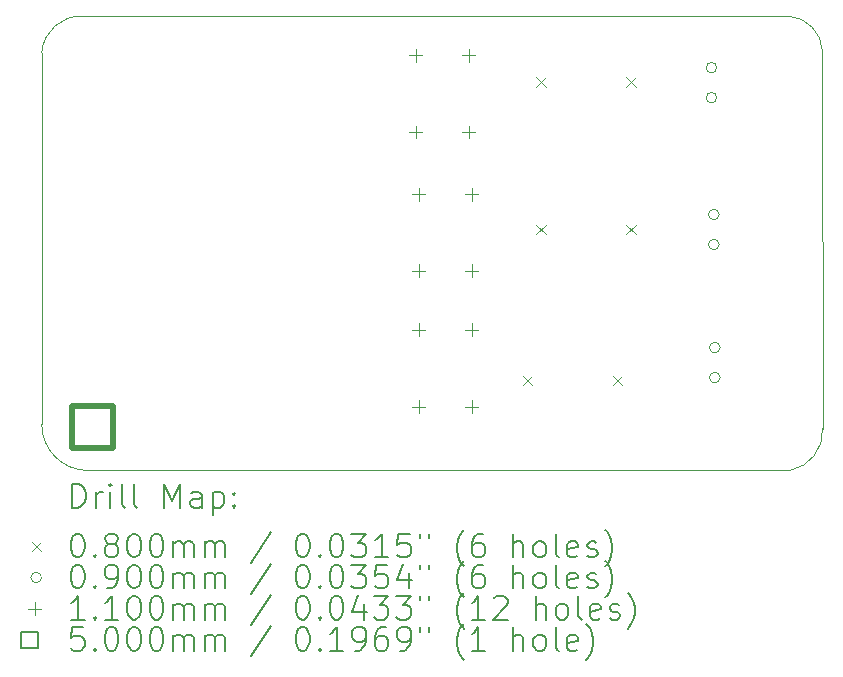
<source format=gbr>
%TF.GenerationSoftware,KiCad,Pcbnew,9.0.2*%
%TF.CreationDate,2025-05-20T18:37:11-06:00*%
%TF.ProjectId,test_kicad,74657374-5f6b-4696-9361-642e6b696361,rev?*%
%TF.SameCoordinates,Original*%
%TF.FileFunction,Drillmap*%
%TF.FilePolarity,Positive*%
%FSLAX45Y45*%
G04 Gerber Fmt 4.5, Leading zero omitted, Abs format (unit mm)*
G04 Created by KiCad (PCBNEW 9.0.2) date 2025-05-20 18:37:11*
%MOMM*%
%LPD*%
G01*
G04 APERTURE LIST*
%ADD10C,0.050000*%
%ADD11C,0.200000*%
%ADD12C,0.100000*%
%ADD13C,0.110000*%
%ADD14C,0.500000*%
G04 APERTURE END LIST*
D10*
X10500000Y-8890511D02*
G75*
G02*
X10109489Y-8500000I0J390511D01*
G01*
X10109489Y-5353936D02*
X10109489Y-8500000D01*
X10500000Y-8890511D02*
X16446456Y-8890000D01*
X16720000Y-5338201D02*
X16720912Y-8536157D01*
X10454297Y-5043507D02*
X16435459Y-5043000D01*
X10109489Y-5353936D02*
G75*
G02*
X10454297Y-5043472I333000J-23130D01*
G01*
X16720912Y-8536157D02*
G75*
G02*
X16446459Y-8890000I-338453J-20843D01*
G01*
X16435459Y-5043000D02*
G75*
G02*
X16720000Y-5338201I-27459J-311201D01*
G01*
D11*
D12*
X14184000Y-8088000D02*
X14264000Y-8168000D01*
X14264000Y-8088000D02*
X14184000Y-8168000D01*
X14298000Y-5560000D02*
X14378000Y-5640000D01*
X14378000Y-5560000D02*
X14298000Y-5640000D01*
X14298000Y-6810000D02*
X14378000Y-6890000D01*
X14378000Y-6810000D02*
X14298000Y-6890000D01*
X14946000Y-8088000D02*
X15026000Y-8168000D01*
X15026000Y-8088000D02*
X14946000Y-8168000D01*
X15060000Y-5560000D02*
X15140000Y-5640000D01*
X15140000Y-5560000D02*
X15060000Y-5640000D01*
X15060000Y-6810000D02*
X15140000Y-6890000D01*
X15140000Y-6810000D02*
X15060000Y-6890000D01*
X15825000Y-5480000D02*
G75*
G02*
X15735000Y-5480000I-45000J0D01*
G01*
X15735000Y-5480000D02*
G75*
G02*
X15825000Y-5480000I45000J0D01*
G01*
X15825000Y-5734000D02*
G75*
G02*
X15735000Y-5734000I-45000J0D01*
G01*
X15735000Y-5734000D02*
G75*
G02*
X15825000Y-5734000I45000J0D01*
G01*
X15845000Y-6723500D02*
G75*
G02*
X15755000Y-6723500I-45000J0D01*
G01*
X15755000Y-6723500D02*
G75*
G02*
X15845000Y-6723500I45000J0D01*
G01*
X15845000Y-6977500D02*
G75*
G02*
X15755000Y-6977500I-45000J0D01*
G01*
X15755000Y-6977500D02*
G75*
G02*
X15845000Y-6977500I45000J0D01*
G01*
X15853000Y-7851000D02*
G75*
G02*
X15763000Y-7851000I-45000J0D01*
G01*
X15763000Y-7851000D02*
G75*
G02*
X15853000Y-7851000I45000J0D01*
G01*
X15853000Y-8105000D02*
G75*
G02*
X15763000Y-8105000I-45000J0D01*
G01*
X15763000Y-8105000D02*
G75*
G02*
X15853000Y-8105000I45000J0D01*
G01*
D13*
X13275000Y-5320000D02*
X13275000Y-5430000D01*
X13220000Y-5375000D02*
X13330000Y-5375000D01*
X13275000Y-5970000D02*
X13275000Y-6080000D01*
X13220000Y-6025000D02*
X13330000Y-6025000D01*
X13300000Y-6495000D02*
X13300000Y-6605000D01*
X13245000Y-6550000D02*
X13355000Y-6550000D01*
X13300000Y-7145000D02*
X13300000Y-7255000D01*
X13245000Y-7200000D02*
X13355000Y-7200000D01*
X13300000Y-7645000D02*
X13300000Y-7755000D01*
X13245000Y-7700000D02*
X13355000Y-7700000D01*
X13300000Y-8295000D02*
X13300000Y-8405000D01*
X13245000Y-8350000D02*
X13355000Y-8350000D01*
X13725000Y-5320000D02*
X13725000Y-5430000D01*
X13670000Y-5375000D02*
X13780000Y-5375000D01*
X13725000Y-5970000D02*
X13725000Y-6080000D01*
X13670000Y-6025000D02*
X13780000Y-6025000D01*
X13750000Y-6495000D02*
X13750000Y-6605000D01*
X13695000Y-6550000D02*
X13805000Y-6550000D01*
X13750000Y-7145000D02*
X13750000Y-7255000D01*
X13695000Y-7200000D02*
X13805000Y-7200000D01*
X13750000Y-7645000D02*
X13750000Y-7755000D01*
X13695000Y-7700000D02*
X13805000Y-7700000D01*
X13750000Y-8295000D02*
X13750000Y-8405000D01*
X13695000Y-8350000D02*
X13805000Y-8350000D01*
D14*
X10716778Y-8696778D02*
X10716778Y-8343222D01*
X10363222Y-8343222D01*
X10363222Y-8696778D01*
X10716778Y-8696778D01*
D11*
X10367766Y-9204495D02*
X10367766Y-9004495D01*
X10367766Y-9004495D02*
X10415385Y-9004495D01*
X10415385Y-9004495D02*
X10443956Y-9014019D01*
X10443956Y-9014019D02*
X10463004Y-9033066D01*
X10463004Y-9033066D02*
X10472528Y-9052114D01*
X10472528Y-9052114D02*
X10482051Y-9090209D01*
X10482051Y-9090209D02*
X10482051Y-9118781D01*
X10482051Y-9118781D02*
X10472528Y-9156876D01*
X10472528Y-9156876D02*
X10463004Y-9175924D01*
X10463004Y-9175924D02*
X10443956Y-9194971D01*
X10443956Y-9194971D02*
X10415385Y-9204495D01*
X10415385Y-9204495D02*
X10367766Y-9204495D01*
X10567766Y-9204495D02*
X10567766Y-9071162D01*
X10567766Y-9109257D02*
X10577289Y-9090209D01*
X10577289Y-9090209D02*
X10586813Y-9080685D01*
X10586813Y-9080685D02*
X10605861Y-9071162D01*
X10605861Y-9071162D02*
X10624909Y-9071162D01*
X10691575Y-9204495D02*
X10691575Y-9071162D01*
X10691575Y-9004495D02*
X10682051Y-9014019D01*
X10682051Y-9014019D02*
X10691575Y-9023543D01*
X10691575Y-9023543D02*
X10701099Y-9014019D01*
X10701099Y-9014019D02*
X10691575Y-9004495D01*
X10691575Y-9004495D02*
X10691575Y-9023543D01*
X10815385Y-9204495D02*
X10796337Y-9194971D01*
X10796337Y-9194971D02*
X10786813Y-9175924D01*
X10786813Y-9175924D02*
X10786813Y-9004495D01*
X10920147Y-9204495D02*
X10901099Y-9194971D01*
X10901099Y-9194971D02*
X10891575Y-9175924D01*
X10891575Y-9175924D02*
X10891575Y-9004495D01*
X11148718Y-9204495D02*
X11148718Y-9004495D01*
X11148718Y-9004495D02*
X11215385Y-9147352D01*
X11215385Y-9147352D02*
X11282051Y-9004495D01*
X11282051Y-9004495D02*
X11282051Y-9204495D01*
X11463004Y-9204495D02*
X11463004Y-9099733D01*
X11463004Y-9099733D02*
X11453480Y-9080685D01*
X11453480Y-9080685D02*
X11434432Y-9071162D01*
X11434432Y-9071162D02*
X11396337Y-9071162D01*
X11396337Y-9071162D02*
X11377289Y-9080685D01*
X11463004Y-9194971D02*
X11443956Y-9204495D01*
X11443956Y-9204495D02*
X11396337Y-9204495D01*
X11396337Y-9204495D02*
X11377289Y-9194971D01*
X11377289Y-9194971D02*
X11367766Y-9175924D01*
X11367766Y-9175924D02*
X11367766Y-9156876D01*
X11367766Y-9156876D02*
X11377289Y-9137828D01*
X11377289Y-9137828D02*
X11396337Y-9128305D01*
X11396337Y-9128305D02*
X11443956Y-9128305D01*
X11443956Y-9128305D02*
X11463004Y-9118781D01*
X11558242Y-9071162D02*
X11558242Y-9271162D01*
X11558242Y-9080685D02*
X11577289Y-9071162D01*
X11577289Y-9071162D02*
X11615385Y-9071162D01*
X11615385Y-9071162D02*
X11634432Y-9080685D01*
X11634432Y-9080685D02*
X11643956Y-9090209D01*
X11643956Y-9090209D02*
X11653480Y-9109257D01*
X11653480Y-9109257D02*
X11653480Y-9166400D01*
X11653480Y-9166400D02*
X11643956Y-9185447D01*
X11643956Y-9185447D02*
X11634432Y-9194971D01*
X11634432Y-9194971D02*
X11615385Y-9204495D01*
X11615385Y-9204495D02*
X11577289Y-9204495D01*
X11577289Y-9204495D02*
X11558242Y-9194971D01*
X11739194Y-9185447D02*
X11748718Y-9194971D01*
X11748718Y-9194971D02*
X11739194Y-9204495D01*
X11739194Y-9204495D02*
X11729670Y-9194971D01*
X11729670Y-9194971D02*
X11739194Y-9185447D01*
X11739194Y-9185447D02*
X11739194Y-9204495D01*
X11739194Y-9080685D02*
X11748718Y-9090209D01*
X11748718Y-9090209D02*
X11739194Y-9099733D01*
X11739194Y-9099733D02*
X11729670Y-9090209D01*
X11729670Y-9090209D02*
X11739194Y-9080685D01*
X11739194Y-9080685D02*
X11739194Y-9099733D01*
D12*
X10026989Y-9493011D02*
X10106989Y-9573011D01*
X10106989Y-9493011D02*
X10026989Y-9573011D01*
D11*
X10405861Y-9424495D02*
X10424909Y-9424495D01*
X10424909Y-9424495D02*
X10443956Y-9434019D01*
X10443956Y-9434019D02*
X10453480Y-9443543D01*
X10453480Y-9443543D02*
X10463004Y-9462590D01*
X10463004Y-9462590D02*
X10472528Y-9500685D01*
X10472528Y-9500685D02*
X10472528Y-9548305D01*
X10472528Y-9548305D02*
X10463004Y-9586400D01*
X10463004Y-9586400D02*
X10453480Y-9605447D01*
X10453480Y-9605447D02*
X10443956Y-9614971D01*
X10443956Y-9614971D02*
X10424909Y-9624495D01*
X10424909Y-9624495D02*
X10405861Y-9624495D01*
X10405861Y-9624495D02*
X10386813Y-9614971D01*
X10386813Y-9614971D02*
X10377289Y-9605447D01*
X10377289Y-9605447D02*
X10367766Y-9586400D01*
X10367766Y-9586400D02*
X10358242Y-9548305D01*
X10358242Y-9548305D02*
X10358242Y-9500685D01*
X10358242Y-9500685D02*
X10367766Y-9462590D01*
X10367766Y-9462590D02*
X10377289Y-9443543D01*
X10377289Y-9443543D02*
X10386813Y-9434019D01*
X10386813Y-9434019D02*
X10405861Y-9424495D01*
X10558242Y-9605447D02*
X10567766Y-9614971D01*
X10567766Y-9614971D02*
X10558242Y-9624495D01*
X10558242Y-9624495D02*
X10548718Y-9614971D01*
X10548718Y-9614971D02*
X10558242Y-9605447D01*
X10558242Y-9605447D02*
X10558242Y-9624495D01*
X10682051Y-9510209D02*
X10663004Y-9500685D01*
X10663004Y-9500685D02*
X10653480Y-9491162D01*
X10653480Y-9491162D02*
X10643956Y-9472114D01*
X10643956Y-9472114D02*
X10643956Y-9462590D01*
X10643956Y-9462590D02*
X10653480Y-9443543D01*
X10653480Y-9443543D02*
X10663004Y-9434019D01*
X10663004Y-9434019D02*
X10682051Y-9424495D01*
X10682051Y-9424495D02*
X10720147Y-9424495D01*
X10720147Y-9424495D02*
X10739194Y-9434019D01*
X10739194Y-9434019D02*
X10748718Y-9443543D01*
X10748718Y-9443543D02*
X10758242Y-9462590D01*
X10758242Y-9462590D02*
X10758242Y-9472114D01*
X10758242Y-9472114D02*
X10748718Y-9491162D01*
X10748718Y-9491162D02*
X10739194Y-9500685D01*
X10739194Y-9500685D02*
X10720147Y-9510209D01*
X10720147Y-9510209D02*
X10682051Y-9510209D01*
X10682051Y-9510209D02*
X10663004Y-9519733D01*
X10663004Y-9519733D02*
X10653480Y-9529257D01*
X10653480Y-9529257D02*
X10643956Y-9548305D01*
X10643956Y-9548305D02*
X10643956Y-9586400D01*
X10643956Y-9586400D02*
X10653480Y-9605447D01*
X10653480Y-9605447D02*
X10663004Y-9614971D01*
X10663004Y-9614971D02*
X10682051Y-9624495D01*
X10682051Y-9624495D02*
X10720147Y-9624495D01*
X10720147Y-9624495D02*
X10739194Y-9614971D01*
X10739194Y-9614971D02*
X10748718Y-9605447D01*
X10748718Y-9605447D02*
X10758242Y-9586400D01*
X10758242Y-9586400D02*
X10758242Y-9548305D01*
X10758242Y-9548305D02*
X10748718Y-9529257D01*
X10748718Y-9529257D02*
X10739194Y-9519733D01*
X10739194Y-9519733D02*
X10720147Y-9510209D01*
X10882051Y-9424495D02*
X10901099Y-9424495D01*
X10901099Y-9424495D02*
X10920147Y-9434019D01*
X10920147Y-9434019D02*
X10929670Y-9443543D01*
X10929670Y-9443543D02*
X10939194Y-9462590D01*
X10939194Y-9462590D02*
X10948718Y-9500685D01*
X10948718Y-9500685D02*
X10948718Y-9548305D01*
X10948718Y-9548305D02*
X10939194Y-9586400D01*
X10939194Y-9586400D02*
X10929670Y-9605447D01*
X10929670Y-9605447D02*
X10920147Y-9614971D01*
X10920147Y-9614971D02*
X10901099Y-9624495D01*
X10901099Y-9624495D02*
X10882051Y-9624495D01*
X10882051Y-9624495D02*
X10863004Y-9614971D01*
X10863004Y-9614971D02*
X10853480Y-9605447D01*
X10853480Y-9605447D02*
X10843956Y-9586400D01*
X10843956Y-9586400D02*
X10834432Y-9548305D01*
X10834432Y-9548305D02*
X10834432Y-9500685D01*
X10834432Y-9500685D02*
X10843956Y-9462590D01*
X10843956Y-9462590D02*
X10853480Y-9443543D01*
X10853480Y-9443543D02*
X10863004Y-9434019D01*
X10863004Y-9434019D02*
X10882051Y-9424495D01*
X11072528Y-9424495D02*
X11091575Y-9424495D01*
X11091575Y-9424495D02*
X11110623Y-9434019D01*
X11110623Y-9434019D02*
X11120147Y-9443543D01*
X11120147Y-9443543D02*
X11129670Y-9462590D01*
X11129670Y-9462590D02*
X11139194Y-9500685D01*
X11139194Y-9500685D02*
X11139194Y-9548305D01*
X11139194Y-9548305D02*
X11129670Y-9586400D01*
X11129670Y-9586400D02*
X11120147Y-9605447D01*
X11120147Y-9605447D02*
X11110623Y-9614971D01*
X11110623Y-9614971D02*
X11091575Y-9624495D01*
X11091575Y-9624495D02*
X11072528Y-9624495D01*
X11072528Y-9624495D02*
X11053480Y-9614971D01*
X11053480Y-9614971D02*
X11043956Y-9605447D01*
X11043956Y-9605447D02*
X11034432Y-9586400D01*
X11034432Y-9586400D02*
X11024909Y-9548305D01*
X11024909Y-9548305D02*
X11024909Y-9500685D01*
X11024909Y-9500685D02*
X11034432Y-9462590D01*
X11034432Y-9462590D02*
X11043956Y-9443543D01*
X11043956Y-9443543D02*
X11053480Y-9434019D01*
X11053480Y-9434019D02*
X11072528Y-9424495D01*
X11224908Y-9624495D02*
X11224908Y-9491162D01*
X11224908Y-9510209D02*
X11234432Y-9500685D01*
X11234432Y-9500685D02*
X11253480Y-9491162D01*
X11253480Y-9491162D02*
X11282051Y-9491162D01*
X11282051Y-9491162D02*
X11301099Y-9500685D01*
X11301099Y-9500685D02*
X11310623Y-9519733D01*
X11310623Y-9519733D02*
X11310623Y-9624495D01*
X11310623Y-9519733D02*
X11320147Y-9500685D01*
X11320147Y-9500685D02*
X11339194Y-9491162D01*
X11339194Y-9491162D02*
X11367766Y-9491162D01*
X11367766Y-9491162D02*
X11386813Y-9500685D01*
X11386813Y-9500685D02*
X11396337Y-9519733D01*
X11396337Y-9519733D02*
X11396337Y-9624495D01*
X11491575Y-9624495D02*
X11491575Y-9491162D01*
X11491575Y-9510209D02*
X11501099Y-9500685D01*
X11501099Y-9500685D02*
X11520147Y-9491162D01*
X11520147Y-9491162D02*
X11548718Y-9491162D01*
X11548718Y-9491162D02*
X11567766Y-9500685D01*
X11567766Y-9500685D02*
X11577289Y-9519733D01*
X11577289Y-9519733D02*
X11577289Y-9624495D01*
X11577289Y-9519733D02*
X11586813Y-9500685D01*
X11586813Y-9500685D02*
X11605861Y-9491162D01*
X11605861Y-9491162D02*
X11634432Y-9491162D01*
X11634432Y-9491162D02*
X11653480Y-9500685D01*
X11653480Y-9500685D02*
X11663004Y-9519733D01*
X11663004Y-9519733D02*
X11663004Y-9624495D01*
X12053480Y-9414971D02*
X11882051Y-9672114D01*
X12310623Y-9424495D02*
X12329671Y-9424495D01*
X12329671Y-9424495D02*
X12348718Y-9434019D01*
X12348718Y-9434019D02*
X12358242Y-9443543D01*
X12358242Y-9443543D02*
X12367766Y-9462590D01*
X12367766Y-9462590D02*
X12377290Y-9500685D01*
X12377290Y-9500685D02*
X12377290Y-9548305D01*
X12377290Y-9548305D02*
X12367766Y-9586400D01*
X12367766Y-9586400D02*
X12358242Y-9605447D01*
X12358242Y-9605447D02*
X12348718Y-9614971D01*
X12348718Y-9614971D02*
X12329671Y-9624495D01*
X12329671Y-9624495D02*
X12310623Y-9624495D01*
X12310623Y-9624495D02*
X12291575Y-9614971D01*
X12291575Y-9614971D02*
X12282051Y-9605447D01*
X12282051Y-9605447D02*
X12272528Y-9586400D01*
X12272528Y-9586400D02*
X12263004Y-9548305D01*
X12263004Y-9548305D02*
X12263004Y-9500685D01*
X12263004Y-9500685D02*
X12272528Y-9462590D01*
X12272528Y-9462590D02*
X12282051Y-9443543D01*
X12282051Y-9443543D02*
X12291575Y-9434019D01*
X12291575Y-9434019D02*
X12310623Y-9424495D01*
X12463004Y-9605447D02*
X12472528Y-9614971D01*
X12472528Y-9614971D02*
X12463004Y-9624495D01*
X12463004Y-9624495D02*
X12453480Y-9614971D01*
X12453480Y-9614971D02*
X12463004Y-9605447D01*
X12463004Y-9605447D02*
X12463004Y-9624495D01*
X12596337Y-9424495D02*
X12615385Y-9424495D01*
X12615385Y-9424495D02*
X12634432Y-9434019D01*
X12634432Y-9434019D02*
X12643956Y-9443543D01*
X12643956Y-9443543D02*
X12653480Y-9462590D01*
X12653480Y-9462590D02*
X12663004Y-9500685D01*
X12663004Y-9500685D02*
X12663004Y-9548305D01*
X12663004Y-9548305D02*
X12653480Y-9586400D01*
X12653480Y-9586400D02*
X12643956Y-9605447D01*
X12643956Y-9605447D02*
X12634432Y-9614971D01*
X12634432Y-9614971D02*
X12615385Y-9624495D01*
X12615385Y-9624495D02*
X12596337Y-9624495D01*
X12596337Y-9624495D02*
X12577290Y-9614971D01*
X12577290Y-9614971D02*
X12567766Y-9605447D01*
X12567766Y-9605447D02*
X12558242Y-9586400D01*
X12558242Y-9586400D02*
X12548718Y-9548305D01*
X12548718Y-9548305D02*
X12548718Y-9500685D01*
X12548718Y-9500685D02*
X12558242Y-9462590D01*
X12558242Y-9462590D02*
X12567766Y-9443543D01*
X12567766Y-9443543D02*
X12577290Y-9434019D01*
X12577290Y-9434019D02*
X12596337Y-9424495D01*
X12729671Y-9424495D02*
X12853480Y-9424495D01*
X12853480Y-9424495D02*
X12786813Y-9500685D01*
X12786813Y-9500685D02*
X12815385Y-9500685D01*
X12815385Y-9500685D02*
X12834432Y-9510209D01*
X12834432Y-9510209D02*
X12843956Y-9519733D01*
X12843956Y-9519733D02*
X12853480Y-9538781D01*
X12853480Y-9538781D02*
X12853480Y-9586400D01*
X12853480Y-9586400D02*
X12843956Y-9605447D01*
X12843956Y-9605447D02*
X12834432Y-9614971D01*
X12834432Y-9614971D02*
X12815385Y-9624495D01*
X12815385Y-9624495D02*
X12758242Y-9624495D01*
X12758242Y-9624495D02*
X12739194Y-9614971D01*
X12739194Y-9614971D02*
X12729671Y-9605447D01*
X13043956Y-9624495D02*
X12929671Y-9624495D01*
X12986813Y-9624495D02*
X12986813Y-9424495D01*
X12986813Y-9424495D02*
X12967766Y-9453066D01*
X12967766Y-9453066D02*
X12948718Y-9472114D01*
X12948718Y-9472114D02*
X12929671Y-9481638D01*
X13224909Y-9424495D02*
X13129671Y-9424495D01*
X13129671Y-9424495D02*
X13120147Y-9519733D01*
X13120147Y-9519733D02*
X13129671Y-9510209D01*
X13129671Y-9510209D02*
X13148718Y-9500685D01*
X13148718Y-9500685D02*
X13196337Y-9500685D01*
X13196337Y-9500685D02*
X13215385Y-9510209D01*
X13215385Y-9510209D02*
X13224909Y-9519733D01*
X13224909Y-9519733D02*
X13234432Y-9538781D01*
X13234432Y-9538781D02*
X13234432Y-9586400D01*
X13234432Y-9586400D02*
X13224909Y-9605447D01*
X13224909Y-9605447D02*
X13215385Y-9614971D01*
X13215385Y-9614971D02*
X13196337Y-9624495D01*
X13196337Y-9624495D02*
X13148718Y-9624495D01*
X13148718Y-9624495D02*
X13129671Y-9614971D01*
X13129671Y-9614971D02*
X13120147Y-9605447D01*
X13310623Y-9424495D02*
X13310623Y-9462590D01*
X13386813Y-9424495D02*
X13386813Y-9462590D01*
X13682052Y-9700685D02*
X13672528Y-9691162D01*
X13672528Y-9691162D02*
X13653480Y-9662590D01*
X13653480Y-9662590D02*
X13643956Y-9643543D01*
X13643956Y-9643543D02*
X13634433Y-9614971D01*
X13634433Y-9614971D02*
X13624909Y-9567352D01*
X13624909Y-9567352D02*
X13624909Y-9529257D01*
X13624909Y-9529257D02*
X13634433Y-9481638D01*
X13634433Y-9481638D02*
X13643956Y-9453066D01*
X13643956Y-9453066D02*
X13653480Y-9434019D01*
X13653480Y-9434019D02*
X13672528Y-9405447D01*
X13672528Y-9405447D02*
X13682052Y-9395924D01*
X13843956Y-9424495D02*
X13805861Y-9424495D01*
X13805861Y-9424495D02*
X13786813Y-9434019D01*
X13786813Y-9434019D02*
X13777290Y-9443543D01*
X13777290Y-9443543D02*
X13758242Y-9472114D01*
X13758242Y-9472114D02*
X13748718Y-9510209D01*
X13748718Y-9510209D02*
X13748718Y-9586400D01*
X13748718Y-9586400D02*
X13758242Y-9605447D01*
X13758242Y-9605447D02*
X13767766Y-9614971D01*
X13767766Y-9614971D02*
X13786813Y-9624495D01*
X13786813Y-9624495D02*
X13824909Y-9624495D01*
X13824909Y-9624495D02*
X13843956Y-9614971D01*
X13843956Y-9614971D02*
X13853480Y-9605447D01*
X13853480Y-9605447D02*
X13863004Y-9586400D01*
X13863004Y-9586400D02*
X13863004Y-9538781D01*
X13863004Y-9538781D02*
X13853480Y-9519733D01*
X13853480Y-9519733D02*
X13843956Y-9510209D01*
X13843956Y-9510209D02*
X13824909Y-9500685D01*
X13824909Y-9500685D02*
X13786813Y-9500685D01*
X13786813Y-9500685D02*
X13767766Y-9510209D01*
X13767766Y-9510209D02*
X13758242Y-9519733D01*
X13758242Y-9519733D02*
X13748718Y-9538781D01*
X14101099Y-9624495D02*
X14101099Y-9424495D01*
X14186814Y-9624495D02*
X14186814Y-9519733D01*
X14186814Y-9519733D02*
X14177290Y-9500685D01*
X14177290Y-9500685D02*
X14158242Y-9491162D01*
X14158242Y-9491162D02*
X14129671Y-9491162D01*
X14129671Y-9491162D02*
X14110623Y-9500685D01*
X14110623Y-9500685D02*
X14101099Y-9510209D01*
X14310623Y-9624495D02*
X14291575Y-9614971D01*
X14291575Y-9614971D02*
X14282052Y-9605447D01*
X14282052Y-9605447D02*
X14272528Y-9586400D01*
X14272528Y-9586400D02*
X14272528Y-9529257D01*
X14272528Y-9529257D02*
X14282052Y-9510209D01*
X14282052Y-9510209D02*
X14291575Y-9500685D01*
X14291575Y-9500685D02*
X14310623Y-9491162D01*
X14310623Y-9491162D02*
X14339195Y-9491162D01*
X14339195Y-9491162D02*
X14358242Y-9500685D01*
X14358242Y-9500685D02*
X14367766Y-9510209D01*
X14367766Y-9510209D02*
X14377290Y-9529257D01*
X14377290Y-9529257D02*
X14377290Y-9586400D01*
X14377290Y-9586400D02*
X14367766Y-9605447D01*
X14367766Y-9605447D02*
X14358242Y-9614971D01*
X14358242Y-9614971D02*
X14339195Y-9624495D01*
X14339195Y-9624495D02*
X14310623Y-9624495D01*
X14491575Y-9624495D02*
X14472528Y-9614971D01*
X14472528Y-9614971D02*
X14463004Y-9595924D01*
X14463004Y-9595924D02*
X14463004Y-9424495D01*
X14643956Y-9614971D02*
X14624909Y-9624495D01*
X14624909Y-9624495D02*
X14586814Y-9624495D01*
X14586814Y-9624495D02*
X14567766Y-9614971D01*
X14567766Y-9614971D02*
X14558242Y-9595924D01*
X14558242Y-9595924D02*
X14558242Y-9519733D01*
X14558242Y-9519733D02*
X14567766Y-9500685D01*
X14567766Y-9500685D02*
X14586814Y-9491162D01*
X14586814Y-9491162D02*
X14624909Y-9491162D01*
X14624909Y-9491162D02*
X14643956Y-9500685D01*
X14643956Y-9500685D02*
X14653480Y-9519733D01*
X14653480Y-9519733D02*
X14653480Y-9538781D01*
X14653480Y-9538781D02*
X14558242Y-9557828D01*
X14729671Y-9614971D02*
X14748718Y-9624495D01*
X14748718Y-9624495D02*
X14786814Y-9624495D01*
X14786814Y-9624495D02*
X14805861Y-9614971D01*
X14805861Y-9614971D02*
X14815385Y-9595924D01*
X14815385Y-9595924D02*
X14815385Y-9586400D01*
X14815385Y-9586400D02*
X14805861Y-9567352D01*
X14805861Y-9567352D02*
X14786814Y-9557828D01*
X14786814Y-9557828D02*
X14758242Y-9557828D01*
X14758242Y-9557828D02*
X14739195Y-9548305D01*
X14739195Y-9548305D02*
X14729671Y-9529257D01*
X14729671Y-9529257D02*
X14729671Y-9519733D01*
X14729671Y-9519733D02*
X14739195Y-9500685D01*
X14739195Y-9500685D02*
X14758242Y-9491162D01*
X14758242Y-9491162D02*
X14786814Y-9491162D01*
X14786814Y-9491162D02*
X14805861Y-9500685D01*
X14882052Y-9700685D02*
X14891576Y-9691162D01*
X14891576Y-9691162D02*
X14910623Y-9662590D01*
X14910623Y-9662590D02*
X14920147Y-9643543D01*
X14920147Y-9643543D02*
X14929671Y-9614971D01*
X14929671Y-9614971D02*
X14939195Y-9567352D01*
X14939195Y-9567352D02*
X14939195Y-9529257D01*
X14939195Y-9529257D02*
X14929671Y-9481638D01*
X14929671Y-9481638D02*
X14920147Y-9453066D01*
X14920147Y-9453066D02*
X14910623Y-9434019D01*
X14910623Y-9434019D02*
X14891576Y-9405447D01*
X14891576Y-9405447D02*
X14882052Y-9395924D01*
D12*
X10106989Y-9797011D02*
G75*
G02*
X10016989Y-9797011I-45000J0D01*
G01*
X10016989Y-9797011D02*
G75*
G02*
X10106989Y-9797011I45000J0D01*
G01*
D11*
X10405861Y-9688495D02*
X10424909Y-9688495D01*
X10424909Y-9688495D02*
X10443956Y-9698019D01*
X10443956Y-9698019D02*
X10453480Y-9707543D01*
X10453480Y-9707543D02*
X10463004Y-9726590D01*
X10463004Y-9726590D02*
X10472528Y-9764685D01*
X10472528Y-9764685D02*
X10472528Y-9812305D01*
X10472528Y-9812305D02*
X10463004Y-9850400D01*
X10463004Y-9850400D02*
X10453480Y-9869447D01*
X10453480Y-9869447D02*
X10443956Y-9878971D01*
X10443956Y-9878971D02*
X10424909Y-9888495D01*
X10424909Y-9888495D02*
X10405861Y-9888495D01*
X10405861Y-9888495D02*
X10386813Y-9878971D01*
X10386813Y-9878971D02*
X10377289Y-9869447D01*
X10377289Y-9869447D02*
X10367766Y-9850400D01*
X10367766Y-9850400D02*
X10358242Y-9812305D01*
X10358242Y-9812305D02*
X10358242Y-9764685D01*
X10358242Y-9764685D02*
X10367766Y-9726590D01*
X10367766Y-9726590D02*
X10377289Y-9707543D01*
X10377289Y-9707543D02*
X10386813Y-9698019D01*
X10386813Y-9698019D02*
X10405861Y-9688495D01*
X10558242Y-9869447D02*
X10567766Y-9878971D01*
X10567766Y-9878971D02*
X10558242Y-9888495D01*
X10558242Y-9888495D02*
X10548718Y-9878971D01*
X10548718Y-9878971D02*
X10558242Y-9869447D01*
X10558242Y-9869447D02*
X10558242Y-9888495D01*
X10663004Y-9888495D02*
X10701099Y-9888495D01*
X10701099Y-9888495D02*
X10720147Y-9878971D01*
X10720147Y-9878971D02*
X10729670Y-9869447D01*
X10729670Y-9869447D02*
X10748718Y-9840876D01*
X10748718Y-9840876D02*
X10758242Y-9802781D01*
X10758242Y-9802781D02*
X10758242Y-9726590D01*
X10758242Y-9726590D02*
X10748718Y-9707543D01*
X10748718Y-9707543D02*
X10739194Y-9698019D01*
X10739194Y-9698019D02*
X10720147Y-9688495D01*
X10720147Y-9688495D02*
X10682051Y-9688495D01*
X10682051Y-9688495D02*
X10663004Y-9698019D01*
X10663004Y-9698019D02*
X10653480Y-9707543D01*
X10653480Y-9707543D02*
X10643956Y-9726590D01*
X10643956Y-9726590D02*
X10643956Y-9774209D01*
X10643956Y-9774209D02*
X10653480Y-9793257D01*
X10653480Y-9793257D02*
X10663004Y-9802781D01*
X10663004Y-9802781D02*
X10682051Y-9812305D01*
X10682051Y-9812305D02*
X10720147Y-9812305D01*
X10720147Y-9812305D02*
X10739194Y-9802781D01*
X10739194Y-9802781D02*
X10748718Y-9793257D01*
X10748718Y-9793257D02*
X10758242Y-9774209D01*
X10882051Y-9688495D02*
X10901099Y-9688495D01*
X10901099Y-9688495D02*
X10920147Y-9698019D01*
X10920147Y-9698019D02*
X10929670Y-9707543D01*
X10929670Y-9707543D02*
X10939194Y-9726590D01*
X10939194Y-9726590D02*
X10948718Y-9764685D01*
X10948718Y-9764685D02*
X10948718Y-9812305D01*
X10948718Y-9812305D02*
X10939194Y-9850400D01*
X10939194Y-9850400D02*
X10929670Y-9869447D01*
X10929670Y-9869447D02*
X10920147Y-9878971D01*
X10920147Y-9878971D02*
X10901099Y-9888495D01*
X10901099Y-9888495D02*
X10882051Y-9888495D01*
X10882051Y-9888495D02*
X10863004Y-9878971D01*
X10863004Y-9878971D02*
X10853480Y-9869447D01*
X10853480Y-9869447D02*
X10843956Y-9850400D01*
X10843956Y-9850400D02*
X10834432Y-9812305D01*
X10834432Y-9812305D02*
X10834432Y-9764685D01*
X10834432Y-9764685D02*
X10843956Y-9726590D01*
X10843956Y-9726590D02*
X10853480Y-9707543D01*
X10853480Y-9707543D02*
X10863004Y-9698019D01*
X10863004Y-9698019D02*
X10882051Y-9688495D01*
X11072528Y-9688495D02*
X11091575Y-9688495D01*
X11091575Y-9688495D02*
X11110623Y-9698019D01*
X11110623Y-9698019D02*
X11120147Y-9707543D01*
X11120147Y-9707543D02*
X11129670Y-9726590D01*
X11129670Y-9726590D02*
X11139194Y-9764685D01*
X11139194Y-9764685D02*
X11139194Y-9812305D01*
X11139194Y-9812305D02*
X11129670Y-9850400D01*
X11129670Y-9850400D02*
X11120147Y-9869447D01*
X11120147Y-9869447D02*
X11110623Y-9878971D01*
X11110623Y-9878971D02*
X11091575Y-9888495D01*
X11091575Y-9888495D02*
X11072528Y-9888495D01*
X11072528Y-9888495D02*
X11053480Y-9878971D01*
X11053480Y-9878971D02*
X11043956Y-9869447D01*
X11043956Y-9869447D02*
X11034432Y-9850400D01*
X11034432Y-9850400D02*
X11024909Y-9812305D01*
X11024909Y-9812305D02*
X11024909Y-9764685D01*
X11024909Y-9764685D02*
X11034432Y-9726590D01*
X11034432Y-9726590D02*
X11043956Y-9707543D01*
X11043956Y-9707543D02*
X11053480Y-9698019D01*
X11053480Y-9698019D02*
X11072528Y-9688495D01*
X11224908Y-9888495D02*
X11224908Y-9755162D01*
X11224908Y-9774209D02*
X11234432Y-9764685D01*
X11234432Y-9764685D02*
X11253480Y-9755162D01*
X11253480Y-9755162D02*
X11282051Y-9755162D01*
X11282051Y-9755162D02*
X11301099Y-9764685D01*
X11301099Y-9764685D02*
X11310623Y-9783733D01*
X11310623Y-9783733D02*
X11310623Y-9888495D01*
X11310623Y-9783733D02*
X11320147Y-9764685D01*
X11320147Y-9764685D02*
X11339194Y-9755162D01*
X11339194Y-9755162D02*
X11367766Y-9755162D01*
X11367766Y-9755162D02*
X11386813Y-9764685D01*
X11386813Y-9764685D02*
X11396337Y-9783733D01*
X11396337Y-9783733D02*
X11396337Y-9888495D01*
X11491575Y-9888495D02*
X11491575Y-9755162D01*
X11491575Y-9774209D02*
X11501099Y-9764685D01*
X11501099Y-9764685D02*
X11520147Y-9755162D01*
X11520147Y-9755162D02*
X11548718Y-9755162D01*
X11548718Y-9755162D02*
X11567766Y-9764685D01*
X11567766Y-9764685D02*
X11577289Y-9783733D01*
X11577289Y-9783733D02*
X11577289Y-9888495D01*
X11577289Y-9783733D02*
X11586813Y-9764685D01*
X11586813Y-9764685D02*
X11605861Y-9755162D01*
X11605861Y-9755162D02*
X11634432Y-9755162D01*
X11634432Y-9755162D02*
X11653480Y-9764685D01*
X11653480Y-9764685D02*
X11663004Y-9783733D01*
X11663004Y-9783733D02*
X11663004Y-9888495D01*
X12053480Y-9678971D02*
X11882051Y-9936114D01*
X12310623Y-9688495D02*
X12329671Y-9688495D01*
X12329671Y-9688495D02*
X12348718Y-9698019D01*
X12348718Y-9698019D02*
X12358242Y-9707543D01*
X12358242Y-9707543D02*
X12367766Y-9726590D01*
X12367766Y-9726590D02*
X12377290Y-9764685D01*
X12377290Y-9764685D02*
X12377290Y-9812305D01*
X12377290Y-9812305D02*
X12367766Y-9850400D01*
X12367766Y-9850400D02*
X12358242Y-9869447D01*
X12358242Y-9869447D02*
X12348718Y-9878971D01*
X12348718Y-9878971D02*
X12329671Y-9888495D01*
X12329671Y-9888495D02*
X12310623Y-9888495D01*
X12310623Y-9888495D02*
X12291575Y-9878971D01*
X12291575Y-9878971D02*
X12282051Y-9869447D01*
X12282051Y-9869447D02*
X12272528Y-9850400D01*
X12272528Y-9850400D02*
X12263004Y-9812305D01*
X12263004Y-9812305D02*
X12263004Y-9764685D01*
X12263004Y-9764685D02*
X12272528Y-9726590D01*
X12272528Y-9726590D02*
X12282051Y-9707543D01*
X12282051Y-9707543D02*
X12291575Y-9698019D01*
X12291575Y-9698019D02*
X12310623Y-9688495D01*
X12463004Y-9869447D02*
X12472528Y-9878971D01*
X12472528Y-9878971D02*
X12463004Y-9888495D01*
X12463004Y-9888495D02*
X12453480Y-9878971D01*
X12453480Y-9878971D02*
X12463004Y-9869447D01*
X12463004Y-9869447D02*
X12463004Y-9888495D01*
X12596337Y-9688495D02*
X12615385Y-9688495D01*
X12615385Y-9688495D02*
X12634432Y-9698019D01*
X12634432Y-9698019D02*
X12643956Y-9707543D01*
X12643956Y-9707543D02*
X12653480Y-9726590D01*
X12653480Y-9726590D02*
X12663004Y-9764685D01*
X12663004Y-9764685D02*
X12663004Y-9812305D01*
X12663004Y-9812305D02*
X12653480Y-9850400D01*
X12653480Y-9850400D02*
X12643956Y-9869447D01*
X12643956Y-9869447D02*
X12634432Y-9878971D01*
X12634432Y-9878971D02*
X12615385Y-9888495D01*
X12615385Y-9888495D02*
X12596337Y-9888495D01*
X12596337Y-9888495D02*
X12577290Y-9878971D01*
X12577290Y-9878971D02*
X12567766Y-9869447D01*
X12567766Y-9869447D02*
X12558242Y-9850400D01*
X12558242Y-9850400D02*
X12548718Y-9812305D01*
X12548718Y-9812305D02*
X12548718Y-9764685D01*
X12548718Y-9764685D02*
X12558242Y-9726590D01*
X12558242Y-9726590D02*
X12567766Y-9707543D01*
X12567766Y-9707543D02*
X12577290Y-9698019D01*
X12577290Y-9698019D02*
X12596337Y-9688495D01*
X12729671Y-9688495D02*
X12853480Y-9688495D01*
X12853480Y-9688495D02*
X12786813Y-9764685D01*
X12786813Y-9764685D02*
X12815385Y-9764685D01*
X12815385Y-9764685D02*
X12834432Y-9774209D01*
X12834432Y-9774209D02*
X12843956Y-9783733D01*
X12843956Y-9783733D02*
X12853480Y-9802781D01*
X12853480Y-9802781D02*
X12853480Y-9850400D01*
X12853480Y-9850400D02*
X12843956Y-9869447D01*
X12843956Y-9869447D02*
X12834432Y-9878971D01*
X12834432Y-9878971D02*
X12815385Y-9888495D01*
X12815385Y-9888495D02*
X12758242Y-9888495D01*
X12758242Y-9888495D02*
X12739194Y-9878971D01*
X12739194Y-9878971D02*
X12729671Y-9869447D01*
X13034432Y-9688495D02*
X12939194Y-9688495D01*
X12939194Y-9688495D02*
X12929671Y-9783733D01*
X12929671Y-9783733D02*
X12939194Y-9774209D01*
X12939194Y-9774209D02*
X12958242Y-9764685D01*
X12958242Y-9764685D02*
X13005861Y-9764685D01*
X13005861Y-9764685D02*
X13024909Y-9774209D01*
X13024909Y-9774209D02*
X13034432Y-9783733D01*
X13034432Y-9783733D02*
X13043956Y-9802781D01*
X13043956Y-9802781D02*
X13043956Y-9850400D01*
X13043956Y-9850400D02*
X13034432Y-9869447D01*
X13034432Y-9869447D02*
X13024909Y-9878971D01*
X13024909Y-9878971D02*
X13005861Y-9888495D01*
X13005861Y-9888495D02*
X12958242Y-9888495D01*
X12958242Y-9888495D02*
X12939194Y-9878971D01*
X12939194Y-9878971D02*
X12929671Y-9869447D01*
X13215385Y-9755162D02*
X13215385Y-9888495D01*
X13167766Y-9678971D02*
X13120147Y-9821828D01*
X13120147Y-9821828D02*
X13243956Y-9821828D01*
X13310623Y-9688495D02*
X13310623Y-9726590D01*
X13386813Y-9688495D02*
X13386813Y-9726590D01*
X13682052Y-9964685D02*
X13672528Y-9955162D01*
X13672528Y-9955162D02*
X13653480Y-9926590D01*
X13653480Y-9926590D02*
X13643956Y-9907543D01*
X13643956Y-9907543D02*
X13634433Y-9878971D01*
X13634433Y-9878971D02*
X13624909Y-9831352D01*
X13624909Y-9831352D02*
X13624909Y-9793257D01*
X13624909Y-9793257D02*
X13634433Y-9745638D01*
X13634433Y-9745638D02*
X13643956Y-9717066D01*
X13643956Y-9717066D02*
X13653480Y-9698019D01*
X13653480Y-9698019D02*
X13672528Y-9669447D01*
X13672528Y-9669447D02*
X13682052Y-9659924D01*
X13843956Y-9688495D02*
X13805861Y-9688495D01*
X13805861Y-9688495D02*
X13786813Y-9698019D01*
X13786813Y-9698019D02*
X13777290Y-9707543D01*
X13777290Y-9707543D02*
X13758242Y-9736114D01*
X13758242Y-9736114D02*
X13748718Y-9774209D01*
X13748718Y-9774209D02*
X13748718Y-9850400D01*
X13748718Y-9850400D02*
X13758242Y-9869447D01*
X13758242Y-9869447D02*
X13767766Y-9878971D01*
X13767766Y-9878971D02*
X13786813Y-9888495D01*
X13786813Y-9888495D02*
X13824909Y-9888495D01*
X13824909Y-9888495D02*
X13843956Y-9878971D01*
X13843956Y-9878971D02*
X13853480Y-9869447D01*
X13853480Y-9869447D02*
X13863004Y-9850400D01*
X13863004Y-9850400D02*
X13863004Y-9802781D01*
X13863004Y-9802781D02*
X13853480Y-9783733D01*
X13853480Y-9783733D02*
X13843956Y-9774209D01*
X13843956Y-9774209D02*
X13824909Y-9764685D01*
X13824909Y-9764685D02*
X13786813Y-9764685D01*
X13786813Y-9764685D02*
X13767766Y-9774209D01*
X13767766Y-9774209D02*
X13758242Y-9783733D01*
X13758242Y-9783733D02*
X13748718Y-9802781D01*
X14101099Y-9888495D02*
X14101099Y-9688495D01*
X14186814Y-9888495D02*
X14186814Y-9783733D01*
X14186814Y-9783733D02*
X14177290Y-9764685D01*
X14177290Y-9764685D02*
X14158242Y-9755162D01*
X14158242Y-9755162D02*
X14129671Y-9755162D01*
X14129671Y-9755162D02*
X14110623Y-9764685D01*
X14110623Y-9764685D02*
X14101099Y-9774209D01*
X14310623Y-9888495D02*
X14291575Y-9878971D01*
X14291575Y-9878971D02*
X14282052Y-9869447D01*
X14282052Y-9869447D02*
X14272528Y-9850400D01*
X14272528Y-9850400D02*
X14272528Y-9793257D01*
X14272528Y-9793257D02*
X14282052Y-9774209D01*
X14282052Y-9774209D02*
X14291575Y-9764685D01*
X14291575Y-9764685D02*
X14310623Y-9755162D01*
X14310623Y-9755162D02*
X14339195Y-9755162D01*
X14339195Y-9755162D02*
X14358242Y-9764685D01*
X14358242Y-9764685D02*
X14367766Y-9774209D01*
X14367766Y-9774209D02*
X14377290Y-9793257D01*
X14377290Y-9793257D02*
X14377290Y-9850400D01*
X14377290Y-9850400D02*
X14367766Y-9869447D01*
X14367766Y-9869447D02*
X14358242Y-9878971D01*
X14358242Y-9878971D02*
X14339195Y-9888495D01*
X14339195Y-9888495D02*
X14310623Y-9888495D01*
X14491575Y-9888495D02*
X14472528Y-9878971D01*
X14472528Y-9878971D02*
X14463004Y-9859924D01*
X14463004Y-9859924D02*
X14463004Y-9688495D01*
X14643956Y-9878971D02*
X14624909Y-9888495D01*
X14624909Y-9888495D02*
X14586814Y-9888495D01*
X14586814Y-9888495D02*
X14567766Y-9878971D01*
X14567766Y-9878971D02*
X14558242Y-9859924D01*
X14558242Y-9859924D02*
X14558242Y-9783733D01*
X14558242Y-9783733D02*
X14567766Y-9764685D01*
X14567766Y-9764685D02*
X14586814Y-9755162D01*
X14586814Y-9755162D02*
X14624909Y-9755162D01*
X14624909Y-9755162D02*
X14643956Y-9764685D01*
X14643956Y-9764685D02*
X14653480Y-9783733D01*
X14653480Y-9783733D02*
X14653480Y-9802781D01*
X14653480Y-9802781D02*
X14558242Y-9821828D01*
X14729671Y-9878971D02*
X14748718Y-9888495D01*
X14748718Y-9888495D02*
X14786814Y-9888495D01*
X14786814Y-9888495D02*
X14805861Y-9878971D01*
X14805861Y-9878971D02*
X14815385Y-9859924D01*
X14815385Y-9859924D02*
X14815385Y-9850400D01*
X14815385Y-9850400D02*
X14805861Y-9831352D01*
X14805861Y-9831352D02*
X14786814Y-9821828D01*
X14786814Y-9821828D02*
X14758242Y-9821828D01*
X14758242Y-9821828D02*
X14739195Y-9812305D01*
X14739195Y-9812305D02*
X14729671Y-9793257D01*
X14729671Y-9793257D02*
X14729671Y-9783733D01*
X14729671Y-9783733D02*
X14739195Y-9764685D01*
X14739195Y-9764685D02*
X14758242Y-9755162D01*
X14758242Y-9755162D02*
X14786814Y-9755162D01*
X14786814Y-9755162D02*
X14805861Y-9764685D01*
X14882052Y-9964685D02*
X14891576Y-9955162D01*
X14891576Y-9955162D02*
X14910623Y-9926590D01*
X14910623Y-9926590D02*
X14920147Y-9907543D01*
X14920147Y-9907543D02*
X14929671Y-9878971D01*
X14929671Y-9878971D02*
X14939195Y-9831352D01*
X14939195Y-9831352D02*
X14939195Y-9793257D01*
X14939195Y-9793257D02*
X14929671Y-9745638D01*
X14929671Y-9745638D02*
X14920147Y-9717066D01*
X14920147Y-9717066D02*
X14910623Y-9698019D01*
X14910623Y-9698019D02*
X14891576Y-9669447D01*
X14891576Y-9669447D02*
X14882052Y-9659924D01*
D13*
X10051989Y-10006011D02*
X10051989Y-10116011D01*
X9996989Y-10061011D02*
X10106989Y-10061011D01*
D11*
X10472528Y-10152495D02*
X10358242Y-10152495D01*
X10415385Y-10152495D02*
X10415385Y-9952495D01*
X10415385Y-9952495D02*
X10396337Y-9981066D01*
X10396337Y-9981066D02*
X10377289Y-10000114D01*
X10377289Y-10000114D02*
X10358242Y-10009638D01*
X10558242Y-10133447D02*
X10567766Y-10142971D01*
X10567766Y-10142971D02*
X10558242Y-10152495D01*
X10558242Y-10152495D02*
X10548718Y-10142971D01*
X10548718Y-10142971D02*
X10558242Y-10133447D01*
X10558242Y-10133447D02*
X10558242Y-10152495D01*
X10758242Y-10152495D02*
X10643956Y-10152495D01*
X10701099Y-10152495D02*
X10701099Y-9952495D01*
X10701099Y-9952495D02*
X10682051Y-9981066D01*
X10682051Y-9981066D02*
X10663004Y-10000114D01*
X10663004Y-10000114D02*
X10643956Y-10009638D01*
X10882051Y-9952495D02*
X10901099Y-9952495D01*
X10901099Y-9952495D02*
X10920147Y-9962019D01*
X10920147Y-9962019D02*
X10929670Y-9971543D01*
X10929670Y-9971543D02*
X10939194Y-9990590D01*
X10939194Y-9990590D02*
X10948718Y-10028685D01*
X10948718Y-10028685D02*
X10948718Y-10076305D01*
X10948718Y-10076305D02*
X10939194Y-10114400D01*
X10939194Y-10114400D02*
X10929670Y-10133447D01*
X10929670Y-10133447D02*
X10920147Y-10142971D01*
X10920147Y-10142971D02*
X10901099Y-10152495D01*
X10901099Y-10152495D02*
X10882051Y-10152495D01*
X10882051Y-10152495D02*
X10863004Y-10142971D01*
X10863004Y-10142971D02*
X10853480Y-10133447D01*
X10853480Y-10133447D02*
X10843956Y-10114400D01*
X10843956Y-10114400D02*
X10834432Y-10076305D01*
X10834432Y-10076305D02*
X10834432Y-10028685D01*
X10834432Y-10028685D02*
X10843956Y-9990590D01*
X10843956Y-9990590D02*
X10853480Y-9971543D01*
X10853480Y-9971543D02*
X10863004Y-9962019D01*
X10863004Y-9962019D02*
X10882051Y-9952495D01*
X11072528Y-9952495D02*
X11091575Y-9952495D01*
X11091575Y-9952495D02*
X11110623Y-9962019D01*
X11110623Y-9962019D02*
X11120147Y-9971543D01*
X11120147Y-9971543D02*
X11129670Y-9990590D01*
X11129670Y-9990590D02*
X11139194Y-10028685D01*
X11139194Y-10028685D02*
X11139194Y-10076305D01*
X11139194Y-10076305D02*
X11129670Y-10114400D01*
X11129670Y-10114400D02*
X11120147Y-10133447D01*
X11120147Y-10133447D02*
X11110623Y-10142971D01*
X11110623Y-10142971D02*
X11091575Y-10152495D01*
X11091575Y-10152495D02*
X11072528Y-10152495D01*
X11072528Y-10152495D02*
X11053480Y-10142971D01*
X11053480Y-10142971D02*
X11043956Y-10133447D01*
X11043956Y-10133447D02*
X11034432Y-10114400D01*
X11034432Y-10114400D02*
X11024909Y-10076305D01*
X11024909Y-10076305D02*
X11024909Y-10028685D01*
X11024909Y-10028685D02*
X11034432Y-9990590D01*
X11034432Y-9990590D02*
X11043956Y-9971543D01*
X11043956Y-9971543D02*
X11053480Y-9962019D01*
X11053480Y-9962019D02*
X11072528Y-9952495D01*
X11224908Y-10152495D02*
X11224908Y-10019162D01*
X11224908Y-10038209D02*
X11234432Y-10028685D01*
X11234432Y-10028685D02*
X11253480Y-10019162D01*
X11253480Y-10019162D02*
X11282051Y-10019162D01*
X11282051Y-10019162D02*
X11301099Y-10028685D01*
X11301099Y-10028685D02*
X11310623Y-10047733D01*
X11310623Y-10047733D02*
X11310623Y-10152495D01*
X11310623Y-10047733D02*
X11320147Y-10028685D01*
X11320147Y-10028685D02*
X11339194Y-10019162D01*
X11339194Y-10019162D02*
X11367766Y-10019162D01*
X11367766Y-10019162D02*
X11386813Y-10028685D01*
X11386813Y-10028685D02*
X11396337Y-10047733D01*
X11396337Y-10047733D02*
X11396337Y-10152495D01*
X11491575Y-10152495D02*
X11491575Y-10019162D01*
X11491575Y-10038209D02*
X11501099Y-10028685D01*
X11501099Y-10028685D02*
X11520147Y-10019162D01*
X11520147Y-10019162D02*
X11548718Y-10019162D01*
X11548718Y-10019162D02*
X11567766Y-10028685D01*
X11567766Y-10028685D02*
X11577289Y-10047733D01*
X11577289Y-10047733D02*
X11577289Y-10152495D01*
X11577289Y-10047733D02*
X11586813Y-10028685D01*
X11586813Y-10028685D02*
X11605861Y-10019162D01*
X11605861Y-10019162D02*
X11634432Y-10019162D01*
X11634432Y-10019162D02*
X11653480Y-10028685D01*
X11653480Y-10028685D02*
X11663004Y-10047733D01*
X11663004Y-10047733D02*
X11663004Y-10152495D01*
X12053480Y-9942971D02*
X11882051Y-10200114D01*
X12310623Y-9952495D02*
X12329671Y-9952495D01*
X12329671Y-9952495D02*
X12348718Y-9962019D01*
X12348718Y-9962019D02*
X12358242Y-9971543D01*
X12358242Y-9971543D02*
X12367766Y-9990590D01*
X12367766Y-9990590D02*
X12377290Y-10028685D01*
X12377290Y-10028685D02*
X12377290Y-10076305D01*
X12377290Y-10076305D02*
X12367766Y-10114400D01*
X12367766Y-10114400D02*
X12358242Y-10133447D01*
X12358242Y-10133447D02*
X12348718Y-10142971D01*
X12348718Y-10142971D02*
X12329671Y-10152495D01*
X12329671Y-10152495D02*
X12310623Y-10152495D01*
X12310623Y-10152495D02*
X12291575Y-10142971D01*
X12291575Y-10142971D02*
X12282051Y-10133447D01*
X12282051Y-10133447D02*
X12272528Y-10114400D01*
X12272528Y-10114400D02*
X12263004Y-10076305D01*
X12263004Y-10076305D02*
X12263004Y-10028685D01*
X12263004Y-10028685D02*
X12272528Y-9990590D01*
X12272528Y-9990590D02*
X12282051Y-9971543D01*
X12282051Y-9971543D02*
X12291575Y-9962019D01*
X12291575Y-9962019D02*
X12310623Y-9952495D01*
X12463004Y-10133447D02*
X12472528Y-10142971D01*
X12472528Y-10142971D02*
X12463004Y-10152495D01*
X12463004Y-10152495D02*
X12453480Y-10142971D01*
X12453480Y-10142971D02*
X12463004Y-10133447D01*
X12463004Y-10133447D02*
X12463004Y-10152495D01*
X12596337Y-9952495D02*
X12615385Y-9952495D01*
X12615385Y-9952495D02*
X12634432Y-9962019D01*
X12634432Y-9962019D02*
X12643956Y-9971543D01*
X12643956Y-9971543D02*
X12653480Y-9990590D01*
X12653480Y-9990590D02*
X12663004Y-10028685D01*
X12663004Y-10028685D02*
X12663004Y-10076305D01*
X12663004Y-10076305D02*
X12653480Y-10114400D01*
X12653480Y-10114400D02*
X12643956Y-10133447D01*
X12643956Y-10133447D02*
X12634432Y-10142971D01*
X12634432Y-10142971D02*
X12615385Y-10152495D01*
X12615385Y-10152495D02*
X12596337Y-10152495D01*
X12596337Y-10152495D02*
X12577290Y-10142971D01*
X12577290Y-10142971D02*
X12567766Y-10133447D01*
X12567766Y-10133447D02*
X12558242Y-10114400D01*
X12558242Y-10114400D02*
X12548718Y-10076305D01*
X12548718Y-10076305D02*
X12548718Y-10028685D01*
X12548718Y-10028685D02*
X12558242Y-9990590D01*
X12558242Y-9990590D02*
X12567766Y-9971543D01*
X12567766Y-9971543D02*
X12577290Y-9962019D01*
X12577290Y-9962019D02*
X12596337Y-9952495D01*
X12834432Y-10019162D02*
X12834432Y-10152495D01*
X12786813Y-9942971D02*
X12739194Y-10085828D01*
X12739194Y-10085828D02*
X12863004Y-10085828D01*
X12920147Y-9952495D02*
X13043956Y-9952495D01*
X13043956Y-9952495D02*
X12977290Y-10028685D01*
X12977290Y-10028685D02*
X13005861Y-10028685D01*
X13005861Y-10028685D02*
X13024909Y-10038209D01*
X13024909Y-10038209D02*
X13034432Y-10047733D01*
X13034432Y-10047733D02*
X13043956Y-10066781D01*
X13043956Y-10066781D02*
X13043956Y-10114400D01*
X13043956Y-10114400D02*
X13034432Y-10133447D01*
X13034432Y-10133447D02*
X13024909Y-10142971D01*
X13024909Y-10142971D02*
X13005861Y-10152495D01*
X13005861Y-10152495D02*
X12948718Y-10152495D01*
X12948718Y-10152495D02*
X12929671Y-10142971D01*
X12929671Y-10142971D02*
X12920147Y-10133447D01*
X13110623Y-9952495D02*
X13234432Y-9952495D01*
X13234432Y-9952495D02*
X13167766Y-10028685D01*
X13167766Y-10028685D02*
X13196337Y-10028685D01*
X13196337Y-10028685D02*
X13215385Y-10038209D01*
X13215385Y-10038209D02*
X13224909Y-10047733D01*
X13224909Y-10047733D02*
X13234432Y-10066781D01*
X13234432Y-10066781D02*
X13234432Y-10114400D01*
X13234432Y-10114400D02*
X13224909Y-10133447D01*
X13224909Y-10133447D02*
X13215385Y-10142971D01*
X13215385Y-10142971D02*
X13196337Y-10152495D01*
X13196337Y-10152495D02*
X13139194Y-10152495D01*
X13139194Y-10152495D02*
X13120147Y-10142971D01*
X13120147Y-10142971D02*
X13110623Y-10133447D01*
X13310623Y-9952495D02*
X13310623Y-9990590D01*
X13386813Y-9952495D02*
X13386813Y-9990590D01*
X13682052Y-10228685D02*
X13672528Y-10219162D01*
X13672528Y-10219162D02*
X13653480Y-10190590D01*
X13653480Y-10190590D02*
X13643956Y-10171543D01*
X13643956Y-10171543D02*
X13634433Y-10142971D01*
X13634433Y-10142971D02*
X13624909Y-10095352D01*
X13624909Y-10095352D02*
X13624909Y-10057257D01*
X13624909Y-10057257D02*
X13634433Y-10009638D01*
X13634433Y-10009638D02*
X13643956Y-9981066D01*
X13643956Y-9981066D02*
X13653480Y-9962019D01*
X13653480Y-9962019D02*
X13672528Y-9933447D01*
X13672528Y-9933447D02*
X13682052Y-9923924D01*
X13863004Y-10152495D02*
X13748718Y-10152495D01*
X13805861Y-10152495D02*
X13805861Y-9952495D01*
X13805861Y-9952495D02*
X13786813Y-9981066D01*
X13786813Y-9981066D02*
X13767766Y-10000114D01*
X13767766Y-10000114D02*
X13748718Y-10009638D01*
X13939194Y-9971543D02*
X13948718Y-9962019D01*
X13948718Y-9962019D02*
X13967766Y-9952495D01*
X13967766Y-9952495D02*
X14015385Y-9952495D01*
X14015385Y-9952495D02*
X14034433Y-9962019D01*
X14034433Y-9962019D02*
X14043956Y-9971543D01*
X14043956Y-9971543D02*
X14053480Y-9990590D01*
X14053480Y-9990590D02*
X14053480Y-10009638D01*
X14053480Y-10009638D02*
X14043956Y-10038209D01*
X14043956Y-10038209D02*
X13929671Y-10152495D01*
X13929671Y-10152495D02*
X14053480Y-10152495D01*
X14291575Y-10152495D02*
X14291575Y-9952495D01*
X14377290Y-10152495D02*
X14377290Y-10047733D01*
X14377290Y-10047733D02*
X14367766Y-10028685D01*
X14367766Y-10028685D02*
X14348718Y-10019162D01*
X14348718Y-10019162D02*
X14320147Y-10019162D01*
X14320147Y-10019162D02*
X14301099Y-10028685D01*
X14301099Y-10028685D02*
X14291575Y-10038209D01*
X14501099Y-10152495D02*
X14482052Y-10142971D01*
X14482052Y-10142971D02*
X14472528Y-10133447D01*
X14472528Y-10133447D02*
X14463004Y-10114400D01*
X14463004Y-10114400D02*
X14463004Y-10057257D01*
X14463004Y-10057257D02*
X14472528Y-10038209D01*
X14472528Y-10038209D02*
X14482052Y-10028685D01*
X14482052Y-10028685D02*
X14501099Y-10019162D01*
X14501099Y-10019162D02*
X14529671Y-10019162D01*
X14529671Y-10019162D02*
X14548718Y-10028685D01*
X14548718Y-10028685D02*
X14558242Y-10038209D01*
X14558242Y-10038209D02*
X14567766Y-10057257D01*
X14567766Y-10057257D02*
X14567766Y-10114400D01*
X14567766Y-10114400D02*
X14558242Y-10133447D01*
X14558242Y-10133447D02*
X14548718Y-10142971D01*
X14548718Y-10142971D02*
X14529671Y-10152495D01*
X14529671Y-10152495D02*
X14501099Y-10152495D01*
X14682052Y-10152495D02*
X14663004Y-10142971D01*
X14663004Y-10142971D02*
X14653480Y-10123924D01*
X14653480Y-10123924D02*
X14653480Y-9952495D01*
X14834433Y-10142971D02*
X14815385Y-10152495D01*
X14815385Y-10152495D02*
X14777290Y-10152495D01*
X14777290Y-10152495D02*
X14758242Y-10142971D01*
X14758242Y-10142971D02*
X14748718Y-10123924D01*
X14748718Y-10123924D02*
X14748718Y-10047733D01*
X14748718Y-10047733D02*
X14758242Y-10028685D01*
X14758242Y-10028685D02*
X14777290Y-10019162D01*
X14777290Y-10019162D02*
X14815385Y-10019162D01*
X14815385Y-10019162D02*
X14834433Y-10028685D01*
X14834433Y-10028685D02*
X14843956Y-10047733D01*
X14843956Y-10047733D02*
X14843956Y-10066781D01*
X14843956Y-10066781D02*
X14748718Y-10085828D01*
X14920147Y-10142971D02*
X14939195Y-10152495D01*
X14939195Y-10152495D02*
X14977290Y-10152495D01*
X14977290Y-10152495D02*
X14996337Y-10142971D01*
X14996337Y-10142971D02*
X15005861Y-10123924D01*
X15005861Y-10123924D02*
X15005861Y-10114400D01*
X15005861Y-10114400D02*
X14996337Y-10095352D01*
X14996337Y-10095352D02*
X14977290Y-10085828D01*
X14977290Y-10085828D02*
X14948718Y-10085828D01*
X14948718Y-10085828D02*
X14929671Y-10076305D01*
X14929671Y-10076305D02*
X14920147Y-10057257D01*
X14920147Y-10057257D02*
X14920147Y-10047733D01*
X14920147Y-10047733D02*
X14929671Y-10028685D01*
X14929671Y-10028685D02*
X14948718Y-10019162D01*
X14948718Y-10019162D02*
X14977290Y-10019162D01*
X14977290Y-10019162D02*
X14996337Y-10028685D01*
X15072528Y-10228685D02*
X15082052Y-10219162D01*
X15082052Y-10219162D02*
X15101099Y-10190590D01*
X15101099Y-10190590D02*
X15110623Y-10171543D01*
X15110623Y-10171543D02*
X15120147Y-10142971D01*
X15120147Y-10142971D02*
X15129671Y-10095352D01*
X15129671Y-10095352D02*
X15129671Y-10057257D01*
X15129671Y-10057257D02*
X15120147Y-10009638D01*
X15120147Y-10009638D02*
X15110623Y-9981066D01*
X15110623Y-9981066D02*
X15101099Y-9962019D01*
X15101099Y-9962019D02*
X15082052Y-9933447D01*
X15082052Y-9933447D02*
X15072528Y-9923924D01*
X10077700Y-10395723D02*
X10077700Y-10254300D01*
X9936277Y-10254300D01*
X9936277Y-10395723D01*
X10077700Y-10395723D01*
X10463004Y-10216495D02*
X10367766Y-10216495D01*
X10367766Y-10216495D02*
X10358242Y-10311733D01*
X10358242Y-10311733D02*
X10367766Y-10302209D01*
X10367766Y-10302209D02*
X10386813Y-10292685D01*
X10386813Y-10292685D02*
X10434432Y-10292685D01*
X10434432Y-10292685D02*
X10453480Y-10302209D01*
X10453480Y-10302209D02*
X10463004Y-10311733D01*
X10463004Y-10311733D02*
X10472528Y-10330781D01*
X10472528Y-10330781D02*
X10472528Y-10378400D01*
X10472528Y-10378400D02*
X10463004Y-10397447D01*
X10463004Y-10397447D02*
X10453480Y-10406971D01*
X10453480Y-10406971D02*
X10434432Y-10416495D01*
X10434432Y-10416495D02*
X10386813Y-10416495D01*
X10386813Y-10416495D02*
X10367766Y-10406971D01*
X10367766Y-10406971D02*
X10358242Y-10397447D01*
X10558242Y-10397447D02*
X10567766Y-10406971D01*
X10567766Y-10406971D02*
X10558242Y-10416495D01*
X10558242Y-10416495D02*
X10548718Y-10406971D01*
X10548718Y-10406971D02*
X10558242Y-10397447D01*
X10558242Y-10397447D02*
X10558242Y-10416495D01*
X10691575Y-10216495D02*
X10710623Y-10216495D01*
X10710623Y-10216495D02*
X10729670Y-10226019D01*
X10729670Y-10226019D02*
X10739194Y-10235543D01*
X10739194Y-10235543D02*
X10748718Y-10254590D01*
X10748718Y-10254590D02*
X10758242Y-10292685D01*
X10758242Y-10292685D02*
X10758242Y-10340305D01*
X10758242Y-10340305D02*
X10748718Y-10378400D01*
X10748718Y-10378400D02*
X10739194Y-10397447D01*
X10739194Y-10397447D02*
X10729670Y-10406971D01*
X10729670Y-10406971D02*
X10710623Y-10416495D01*
X10710623Y-10416495D02*
X10691575Y-10416495D01*
X10691575Y-10416495D02*
X10672528Y-10406971D01*
X10672528Y-10406971D02*
X10663004Y-10397447D01*
X10663004Y-10397447D02*
X10653480Y-10378400D01*
X10653480Y-10378400D02*
X10643956Y-10340305D01*
X10643956Y-10340305D02*
X10643956Y-10292685D01*
X10643956Y-10292685D02*
X10653480Y-10254590D01*
X10653480Y-10254590D02*
X10663004Y-10235543D01*
X10663004Y-10235543D02*
X10672528Y-10226019D01*
X10672528Y-10226019D02*
X10691575Y-10216495D01*
X10882051Y-10216495D02*
X10901099Y-10216495D01*
X10901099Y-10216495D02*
X10920147Y-10226019D01*
X10920147Y-10226019D02*
X10929670Y-10235543D01*
X10929670Y-10235543D02*
X10939194Y-10254590D01*
X10939194Y-10254590D02*
X10948718Y-10292685D01*
X10948718Y-10292685D02*
X10948718Y-10340305D01*
X10948718Y-10340305D02*
X10939194Y-10378400D01*
X10939194Y-10378400D02*
X10929670Y-10397447D01*
X10929670Y-10397447D02*
X10920147Y-10406971D01*
X10920147Y-10406971D02*
X10901099Y-10416495D01*
X10901099Y-10416495D02*
X10882051Y-10416495D01*
X10882051Y-10416495D02*
X10863004Y-10406971D01*
X10863004Y-10406971D02*
X10853480Y-10397447D01*
X10853480Y-10397447D02*
X10843956Y-10378400D01*
X10843956Y-10378400D02*
X10834432Y-10340305D01*
X10834432Y-10340305D02*
X10834432Y-10292685D01*
X10834432Y-10292685D02*
X10843956Y-10254590D01*
X10843956Y-10254590D02*
X10853480Y-10235543D01*
X10853480Y-10235543D02*
X10863004Y-10226019D01*
X10863004Y-10226019D02*
X10882051Y-10216495D01*
X11072528Y-10216495D02*
X11091575Y-10216495D01*
X11091575Y-10216495D02*
X11110623Y-10226019D01*
X11110623Y-10226019D02*
X11120147Y-10235543D01*
X11120147Y-10235543D02*
X11129670Y-10254590D01*
X11129670Y-10254590D02*
X11139194Y-10292685D01*
X11139194Y-10292685D02*
X11139194Y-10340305D01*
X11139194Y-10340305D02*
X11129670Y-10378400D01*
X11129670Y-10378400D02*
X11120147Y-10397447D01*
X11120147Y-10397447D02*
X11110623Y-10406971D01*
X11110623Y-10406971D02*
X11091575Y-10416495D01*
X11091575Y-10416495D02*
X11072528Y-10416495D01*
X11072528Y-10416495D02*
X11053480Y-10406971D01*
X11053480Y-10406971D02*
X11043956Y-10397447D01*
X11043956Y-10397447D02*
X11034432Y-10378400D01*
X11034432Y-10378400D02*
X11024909Y-10340305D01*
X11024909Y-10340305D02*
X11024909Y-10292685D01*
X11024909Y-10292685D02*
X11034432Y-10254590D01*
X11034432Y-10254590D02*
X11043956Y-10235543D01*
X11043956Y-10235543D02*
X11053480Y-10226019D01*
X11053480Y-10226019D02*
X11072528Y-10216495D01*
X11224908Y-10416495D02*
X11224908Y-10283162D01*
X11224908Y-10302209D02*
X11234432Y-10292685D01*
X11234432Y-10292685D02*
X11253480Y-10283162D01*
X11253480Y-10283162D02*
X11282051Y-10283162D01*
X11282051Y-10283162D02*
X11301099Y-10292685D01*
X11301099Y-10292685D02*
X11310623Y-10311733D01*
X11310623Y-10311733D02*
X11310623Y-10416495D01*
X11310623Y-10311733D02*
X11320147Y-10292685D01*
X11320147Y-10292685D02*
X11339194Y-10283162D01*
X11339194Y-10283162D02*
X11367766Y-10283162D01*
X11367766Y-10283162D02*
X11386813Y-10292685D01*
X11386813Y-10292685D02*
X11396337Y-10311733D01*
X11396337Y-10311733D02*
X11396337Y-10416495D01*
X11491575Y-10416495D02*
X11491575Y-10283162D01*
X11491575Y-10302209D02*
X11501099Y-10292685D01*
X11501099Y-10292685D02*
X11520147Y-10283162D01*
X11520147Y-10283162D02*
X11548718Y-10283162D01*
X11548718Y-10283162D02*
X11567766Y-10292685D01*
X11567766Y-10292685D02*
X11577289Y-10311733D01*
X11577289Y-10311733D02*
X11577289Y-10416495D01*
X11577289Y-10311733D02*
X11586813Y-10292685D01*
X11586813Y-10292685D02*
X11605861Y-10283162D01*
X11605861Y-10283162D02*
X11634432Y-10283162D01*
X11634432Y-10283162D02*
X11653480Y-10292685D01*
X11653480Y-10292685D02*
X11663004Y-10311733D01*
X11663004Y-10311733D02*
X11663004Y-10416495D01*
X12053480Y-10206971D02*
X11882051Y-10464114D01*
X12310623Y-10216495D02*
X12329671Y-10216495D01*
X12329671Y-10216495D02*
X12348718Y-10226019D01*
X12348718Y-10226019D02*
X12358242Y-10235543D01*
X12358242Y-10235543D02*
X12367766Y-10254590D01*
X12367766Y-10254590D02*
X12377290Y-10292685D01*
X12377290Y-10292685D02*
X12377290Y-10340305D01*
X12377290Y-10340305D02*
X12367766Y-10378400D01*
X12367766Y-10378400D02*
X12358242Y-10397447D01*
X12358242Y-10397447D02*
X12348718Y-10406971D01*
X12348718Y-10406971D02*
X12329671Y-10416495D01*
X12329671Y-10416495D02*
X12310623Y-10416495D01*
X12310623Y-10416495D02*
X12291575Y-10406971D01*
X12291575Y-10406971D02*
X12282051Y-10397447D01*
X12282051Y-10397447D02*
X12272528Y-10378400D01*
X12272528Y-10378400D02*
X12263004Y-10340305D01*
X12263004Y-10340305D02*
X12263004Y-10292685D01*
X12263004Y-10292685D02*
X12272528Y-10254590D01*
X12272528Y-10254590D02*
X12282051Y-10235543D01*
X12282051Y-10235543D02*
X12291575Y-10226019D01*
X12291575Y-10226019D02*
X12310623Y-10216495D01*
X12463004Y-10397447D02*
X12472528Y-10406971D01*
X12472528Y-10406971D02*
X12463004Y-10416495D01*
X12463004Y-10416495D02*
X12453480Y-10406971D01*
X12453480Y-10406971D02*
X12463004Y-10397447D01*
X12463004Y-10397447D02*
X12463004Y-10416495D01*
X12663004Y-10416495D02*
X12548718Y-10416495D01*
X12605861Y-10416495D02*
X12605861Y-10216495D01*
X12605861Y-10216495D02*
X12586813Y-10245066D01*
X12586813Y-10245066D02*
X12567766Y-10264114D01*
X12567766Y-10264114D02*
X12548718Y-10273638D01*
X12758242Y-10416495D02*
X12796337Y-10416495D01*
X12796337Y-10416495D02*
X12815385Y-10406971D01*
X12815385Y-10406971D02*
X12824909Y-10397447D01*
X12824909Y-10397447D02*
X12843956Y-10368876D01*
X12843956Y-10368876D02*
X12853480Y-10330781D01*
X12853480Y-10330781D02*
X12853480Y-10254590D01*
X12853480Y-10254590D02*
X12843956Y-10235543D01*
X12843956Y-10235543D02*
X12834432Y-10226019D01*
X12834432Y-10226019D02*
X12815385Y-10216495D01*
X12815385Y-10216495D02*
X12777290Y-10216495D01*
X12777290Y-10216495D02*
X12758242Y-10226019D01*
X12758242Y-10226019D02*
X12748718Y-10235543D01*
X12748718Y-10235543D02*
X12739194Y-10254590D01*
X12739194Y-10254590D02*
X12739194Y-10302209D01*
X12739194Y-10302209D02*
X12748718Y-10321257D01*
X12748718Y-10321257D02*
X12758242Y-10330781D01*
X12758242Y-10330781D02*
X12777290Y-10340305D01*
X12777290Y-10340305D02*
X12815385Y-10340305D01*
X12815385Y-10340305D02*
X12834432Y-10330781D01*
X12834432Y-10330781D02*
X12843956Y-10321257D01*
X12843956Y-10321257D02*
X12853480Y-10302209D01*
X13024909Y-10216495D02*
X12986813Y-10216495D01*
X12986813Y-10216495D02*
X12967766Y-10226019D01*
X12967766Y-10226019D02*
X12958242Y-10235543D01*
X12958242Y-10235543D02*
X12939194Y-10264114D01*
X12939194Y-10264114D02*
X12929671Y-10302209D01*
X12929671Y-10302209D02*
X12929671Y-10378400D01*
X12929671Y-10378400D02*
X12939194Y-10397447D01*
X12939194Y-10397447D02*
X12948718Y-10406971D01*
X12948718Y-10406971D02*
X12967766Y-10416495D01*
X12967766Y-10416495D02*
X13005861Y-10416495D01*
X13005861Y-10416495D02*
X13024909Y-10406971D01*
X13024909Y-10406971D02*
X13034432Y-10397447D01*
X13034432Y-10397447D02*
X13043956Y-10378400D01*
X13043956Y-10378400D02*
X13043956Y-10330781D01*
X13043956Y-10330781D02*
X13034432Y-10311733D01*
X13034432Y-10311733D02*
X13024909Y-10302209D01*
X13024909Y-10302209D02*
X13005861Y-10292685D01*
X13005861Y-10292685D02*
X12967766Y-10292685D01*
X12967766Y-10292685D02*
X12948718Y-10302209D01*
X12948718Y-10302209D02*
X12939194Y-10311733D01*
X12939194Y-10311733D02*
X12929671Y-10330781D01*
X13139194Y-10416495D02*
X13177290Y-10416495D01*
X13177290Y-10416495D02*
X13196337Y-10406971D01*
X13196337Y-10406971D02*
X13205861Y-10397447D01*
X13205861Y-10397447D02*
X13224909Y-10368876D01*
X13224909Y-10368876D02*
X13234432Y-10330781D01*
X13234432Y-10330781D02*
X13234432Y-10254590D01*
X13234432Y-10254590D02*
X13224909Y-10235543D01*
X13224909Y-10235543D02*
X13215385Y-10226019D01*
X13215385Y-10226019D02*
X13196337Y-10216495D01*
X13196337Y-10216495D02*
X13158242Y-10216495D01*
X13158242Y-10216495D02*
X13139194Y-10226019D01*
X13139194Y-10226019D02*
X13129671Y-10235543D01*
X13129671Y-10235543D02*
X13120147Y-10254590D01*
X13120147Y-10254590D02*
X13120147Y-10302209D01*
X13120147Y-10302209D02*
X13129671Y-10321257D01*
X13129671Y-10321257D02*
X13139194Y-10330781D01*
X13139194Y-10330781D02*
X13158242Y-10340305D01*
X13158242Y-10340305D02*
X13196337Y-10340305D01*
X13196337Y-10340305D02*
X13215385Y-10330781D01*
X13215385Y-10330781D02*
X13224909Y-10321257D01*
X13224909Y-10321257D02*
X13234432Y-10302209D01*
X13310623Y-10216495D02*
X13310623Y-10254590D01*
X13386813Y-10216495D02*
X13386813Y-10254590D01*
X13682052Y-10492685D02*
X13672528Y-10483162D01*
X13672528Y-10483162D02*
X13653480Y-10454590D01*
X13653480Y-10454590D02*
X13643956Y-10435543D01*
X13643956Y-10435543D02*
X13634433Y-10406971D01*
X13634433Y-10406971D02*
X13624909Y-10359352D01*
X13624909Y-10359352D02*
X13624909Y-10321257D01*
X13624909Y-10321257D02*
X13634433Y-10273638D01*
X13634433Y-10273638D02*
X13643956Y-10245066D01*
X13643956Y-10245066D02*
X13653480Y-10226019D01*
X13653480Y-10226019D02*
X13672528Y-10197447D01*
X13672528Y-10197447D02*
X13682052Y-10187924D01*
X13863004Y-10416495D02*
X13748718Y-10416495D01*
X13805861Y-10416495D02*
X13805861Y-10216495D01*
X13805861Y-10216495D02*
X13786813Y-10245066D01*
X13786813Y-10245066D02*
X13767766Y-10264114D01*
X13767766Y-10264114D02*
X13748718Y-10273638D01*
X14101099Y-10416495D02*
X14101099Y-10216495D01*
X14186814Y-10416495D02*
X14186814Y-10311733D01*
X14186814Y-10311733D02*
X14177290Y-10292685D01*
X14177290Y-10292685D02*
X14158242Y-10283162D01*
X14158242Y-10283162D02*
X14129671Y-10283162D01*
X14129671Y-10283162D02*
X14110623Y-10292685D01*
X14110623Y-10292685D02*
X14101099Y-10302209D01*
X14310623Y-10416495D02*
X14291575Y-10406971D01*
X14291575Y-10406971D02*
X14282052Y-10397447D01*
X14282052Y-10397447D02*
X14272528Y-10378400D01*
X14272528Y-10378400D02*
X14272528Y-10321257D01*
X14272528Y-10321257D02*
X14282052Y-10302209D01*
X14282052Y-10302209D02*
X14291575Y-10292685D01*
X14291575Y-10292685D02*
X14310623Y-10283162D01*
X14310623Y-10283162D02*
X14339195Y-10283162D01*
X14339195Y-10283162D02*
X14358242Y-10292685D01*
X14358242Y-10292685D02*
X14367766Y-10302209D01*
X14367766Y-10302209D02*
X14377290Y-10321257D01*
X14377290Y-10321257D02*
X14377290Y-10378400D01*
X14377290Y-10378400D02*
X14367766Y-10397447D01*
X14367766Y-10397447D02*
X14358242Y-10406971D01*
X14358242Y-10406971D02*
X14339195Y-10416495D01*
X14339195Y-10416495D02*
X14310623Y-10416495D01*
X14491575Y-10416495D02*
X14472528Y-10406971D01*
X14472528Y-10406971D02*
X14463004Y-10387924D01*
X14463004Y-10387924D02*
X14463004Y-10216495D01*
X14643956Y-10406971D02*
X14624909Y-10416495D01*
X14624909Y-10416495D02*
X14586814Y-10416495D01*
X14586814Y-10416495D02*
X14567766Y-10406971D01*
X14567766Y-10406971D02*
X14558242Y-10387924D01*
X14558242Y-10387924D02*
X14558242Y-10311733D01*
X14558242Y-10311733D02*
X14567766Y-10292685D01*
X14567766Y-10292685D02*
X14586814Y-10283162D01*
X14586814Y-10283162D02*
X14624909Y-10283162D01*
X14624909Y-10283162D02*
X14643956Y-10292685D01*
X14643956Y-10292685D02*
X14653480Y-10311733D01*
X14653480Y-10311733D02*
X14653480Y-10330781D01*
X14653480Y-10330781D02*
X14558242Y-10349828D01*
X14720147Y-10492685D02*
X14729671Y-10483162D01*
X14729671Y-10483162D02*
X14748718Y-10454590D01*
X14748718Y-10454590D02*
X14758242Y-10435543D01*
X14758242Y-10435543D02*
X14767766Y-10406971D01*
X14767766Y-10406971D02*
X14777290Y-10359352D01*
X14777290Y-10359352D02*
X14777290Y-10321257D01*
X14777290Y-10321257D02*
X14767766Y-10273638D01*
X14767766Y-10273638D02*
X14758242Y-10245066D01*
X14758242Y-10245066D02*
X14748718Y-10226019D01*
X14748718Y-10226019D02*
X14729671Y-10197447D01*
X14729671Y-10197447D02*
X14720147Y-10187924D01*
M02*

</source>
